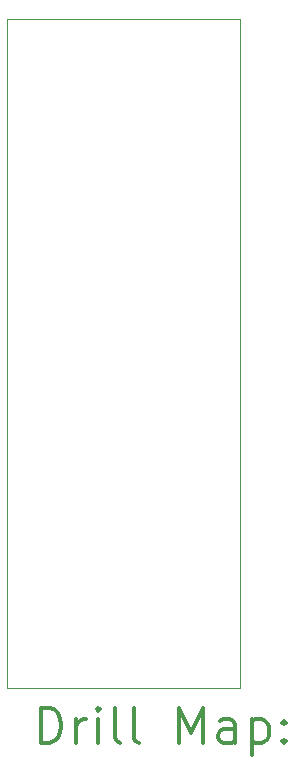
<source format=gbr>
%FSLAX45Y45*%
G04 Gerber Fmt 4.5, Leading zero omitted, Abs format (unit mm)*
G04 Created by KiCad (PCBNEW (5.1.9)-1) date 2021-06-10 15:01:48*
%MOMM*%
%LPD*%
G01*
G04 APERTURE LIST*
%TA.AperFunction,Profile*%
%ADD10C,0.050000*%
%TD*%
%ADD11C,0.200000*%
%ADD12C,0.300000*%
G04 APERTURE END LIST*
D10*
X9791700Y-4394200D02*
X9982200Y-4394200D01*
X9791700Y-10058400D02*
X9791700Y-4394200D01*
X11760200Y-4394200D02*
X9982200Y-4394200D01*
X11760200Y-10058400D02*
X11760200Y-4394200D01*
X11760200Y-10058400D02*
X9791700Y-10058400D01*
D11*
D12*
X10075628Y-10526614D02*
X10075628Y-10226614D01*
X10147057Y-10226614D01*
X10189914Y-10240900D01*
X10218486Y-10269472D01*
X10232771Y-10298043D01*
X10247057Y-10355186D01*
X10247057Y-10398043D01*
X10232771Y-10455186D01*
X10218486Y-10483757D01*
X10189914Y-10512329D01*
X10147057Y-10526614D01*
X10075628Y-10526614D01*
X10375628Y-10526614D02*
X10375628Y-10326614D01*
X10375628Y-10383757D02*
X10389914Y-10355186D01*
X10404200Y-10340900D01*
X10432771Y-10326614D01*
X10461343Y-10326614D01*
X10561343Y-10526614D02*
X10561343Y-10326614D01*
X10561343Y-10226614D02*
X10547057Y-10240900D01*
X10561343Y-10255186D01*
X10575628Y-10240900D01*
X10561343Y-10226614D01*
X10561343Y-10255186D01*
X10747057Y-10526614D02*
X10718486Y-10512329D01*
X10704200Y-10483757D01*
X10704200Y-10226614D01*
X10904200Y-10526614D02*
X10875628Y-10512329D01*
X10861343Y-10483757D01*
X10861343Y-10226614D01*
X11247057Y-10526614D02*
X11247057Y-10226614D01*
X11347057Y-10440900D01*
X11447057Y-10226614D01*
X11447057Y-10526614D01*
X11718486Y-10526614D02*
X11718486Y-10369472D01*
X11704200Y-10340900D01*
X11675628Y-10326614D01*
X11618486Y-10326614D01*
X11589914Y-10340900D01*
X11718486Y-10512329D02*
X11689914Y-10526614D01*
X11618486Y-10526614D01*
X11589914Y-10512329D01*
X11575628Y-10483757D01*
X11575628Y-10455186D01*
X11589914Y-10426614D01*
X11618486Y-10412329D01*
X11689914Y-10412329D01*
X11718486Y-10398043D01*
X11861343Y-10326614D02*
X11861343Y-10626614D01*
X11861343Y-10340900D02*
X11889914Y-10326614D01*
X11947057Y-10326614D01*
X11975628Y-10340900D01*
X11989914Y-10355186D01*
X12004200Y-10383757D01*
X12004200Y-10469472D01*
X11989914Y-10498043D01*
X11975628Y-10512329D01*
X11947057Y-10526614D01*
X11889914Y-10526614D01*
X11861343Y-10512329D01*
X12132771Y-10498043D02*
X12147057Y-10512329D01*
X12132771Y-10526614D01*
X12118486Y-10512329D01*
X12132771Y-10498043D01*
X12132771Y-10526614D01*
X12132771Y-10340900D02*
X12147057Y-10355186D01*
X12132771Y-10369472D01*
X12118486Y-10355186D01*
X12132771Y-10340900D01*
X12132771Y-10369472D01*
M02*

</source>
